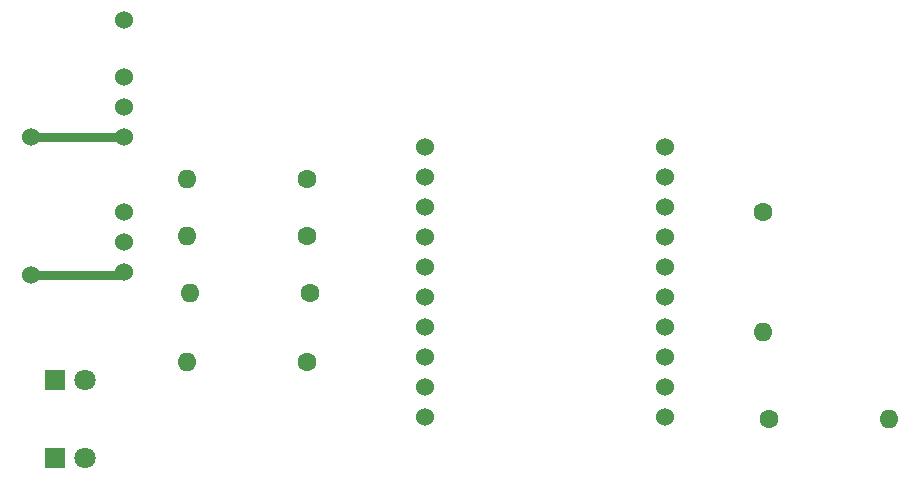
<source format=gbl>
G04 #@! TF.GenerationSoftware,KiCad,Pcbnew,(5.1.10)-1*
G04 #@! TF.CreationDate,2021-11-08T21:38:05-05:00*
G04 #@! TF.ProjectId,SmartLights,536d6172-744c-4696-9768-74732e6b6963,rev?*
G04 #@! TF.SameCoordinates,Original*
G04 #@! TF.FileFunction,Copper,L2,Bot*
G04 #@! TF.FilePolarity,Positive*
%FSLAX46Y46*%
G04 Gerber Fmt 4.6, Leading zero omitted, Abs format (unit mm)*
G04 Created by KiCad (PCBNEW (5.1.10)-1) date 2021-11-08 21:38:05*
%MOMM*%
%LPD*%
G01*
G04 APERTURE LIST*
G04 #@! TA.AperFunction,ComponentPad*
%ADD10O,1.600000X1.600000*%
G04 #@! TD*
G04 #@! TA.AperFunction,ComponentPad*
%ADD11C,1.600000*%
G04 #@! TD*
G04 #@! TA.AperFunction,ComponentPad*
%ADD12R,1.800000X1.800000*%
G04 #@! TD*
G04 #@! TA.AperFunction,ComponentPad*
%ADD13C,1.800000*%
G04 #@! TD*
G04 #@! TA.AperFunction,ComponentPad*
%ADD14C,1.524000*%
G04 #@! TD*
G04 #@! TA.AperFunction,Conductor*
%ADD15C,0.762000*%
G04 #@! TD*
G04 APERTURE END LIST*
D10*
X140208000Y-100330000D03*
D11*
X140208000Y-90170000D03*
D10*
X150876000Y-107696000D03*
D11*
X140716000Y-107696000D03*
D10*
X91440000Y-87376000D03*
D11*
X101600000Y-87376000D03*
D10*
X91440000Y-102870000D03*
D11*
X101600000Y-102870000D03*
D10*
X91694000Y-97028000D03*
D11*
X101854000Y-97028000D03*
D10*
X91440000Y-92202000D03*
D11*
X101600000Y-92202000D03*
D12*
X80264000Y-104394000D03*
D13*
X82804000Y-104394000D03*
X82804000Y-110998000D03*
D12*
X80264000Y-110998000D03*
D14*
X86106000Y-90170000D03*
X86106000Y-92710000D03*
X86106000Y-95250000D03*
X86106000Y-83820000D03*
X86106000Y-81280000D03*
X86106000Y-78740000D03*
X111566001Y-84642001D03*
X111566001Y-87182001D03*
X111566001Y-89722001D03*
X111566001Y-92262001D03*
X111566001Y-94802001D03*
X111566001Y-97342001D03*
X111566001Y-99882001D03*
X111566001Y-102422001D03*
X111566001Y-104962001D03*
X111566001Y-107502001D03*
X131886001Y-94802001D03*
X131886001Y-89722001D03*
X131886001Y-84642001D03*
X131886001Y-97342001D03*
X131886001Y-99882001D03*
X131886001Y-102422001D03*
X131886001Y-87182001D03*
X131886001Y-92262001D03*
X131886001Y-104962001D03*
X131886001Y-107502001D03*
X78232000Y-95504000D03*
X78232000Y-83820000D03*
X86106000Y-73914000D03*
D15*
X78232000Y-95504000D02*
X85852000Y-95504000D01*
X86106000Y-83820000D02*
X78232000Y-83820000D01*
M02*

</source>
